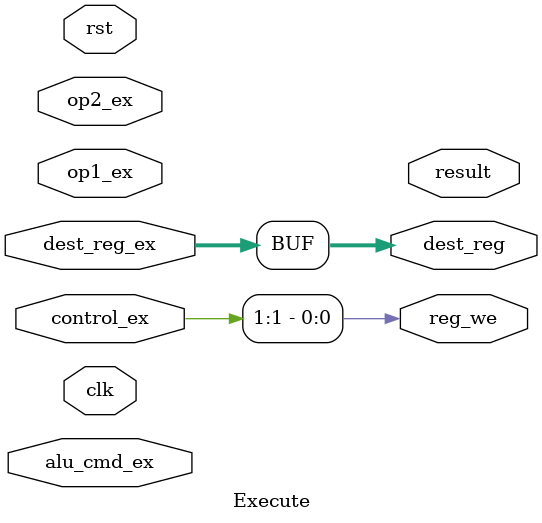
<source format=v>
`timescale 1ns/1ps

module Execute #(// General Parameters
                 parameter D_SIZE = 32,
                 parameter A_SIZE = 10)
                (// General 
                 input              clk,
                 input              rst,
                 // Input <- read2ex:
                 //   -control signals
                 input        [1:0] control_ex,
                 //   -operands
                 input [D_SIZE-1:0] op1_ex,
                 input [D_SIZE-1:0] op2_ex,
                 input        [2:0] dest_reg_ex,
                 input        [6:0] alu_cmd_ex,
                 // Output -> Ex2Wb
                 output              reg_we,
                 output [D_SIZE-1:0] result,
                 output        [2:0] dest_reg
                );
    
    // -> RegSet
    assign reg_we   = control_ex[1];
    assign dest_reg = dest_reg_ex;
    
    alu  alu (// General
              .clk   (clk),
              .rst   (rst),
              // Input
              .op1    (op1_ex),
              .op2    (op2_ex),
              .cmd    (alu_cmd_ex),
              .alu_en (control_ex[0]),
              // Output
              .alu_out(alu_out)
              );  
    
endmodule
</source>
